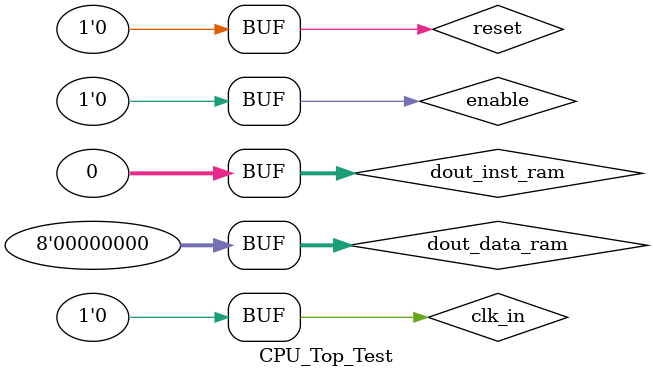
<source format=v>
`timescale 1ns / 1ps


module CPU_Top_Test;

	// Inputs
	reg clk_in;
	reg enable;
	reg reset;
	reg [7:0] dout_data_ram;
	reg [31:0] dout_inst_ram;

	// Outputs
	wire data_ram_we;
	wire [15:0] addr_data_ram;
	wire [7:0] din_data_ram;
	wire inst_ram_we;
	wire [9:0] addr_inst_ram;
	wire [31:0] din_inst_ram;
	wire finish;

	// Instantiate the Unit Under Test (UUT)
	CPU_Top uut (
		.clk_in(clk_in), 
		.enable(enable), 
		.reset(reset), 
		.data_ram_we(data_ram_we), 
		.addr_data_ram(addr_data_ram), 
		.din_data_ram(din_data_ram), 
		.dout_data_ram(dout_data_ram), 
		.inst_ram_we(inst_ram_we), 
		.addr_inst_ram(addr_inst_ram), 
		.din_inst_ram(din_inst_ram), 
		.dout_inst_ram(dout_inst_ram), 
		.finish(finish)
	);

	initial begin
		// Initialize Inputs
		clk_in = 0;
		enable = 0;
		reset = 0;
		dout_data_ram = 0;
		dout_inst_ram = 0;

		// Wait 100 ns for global reset to finish
		#100;
        
		// Add stimulus here

	end
      
endmodule


</source>
